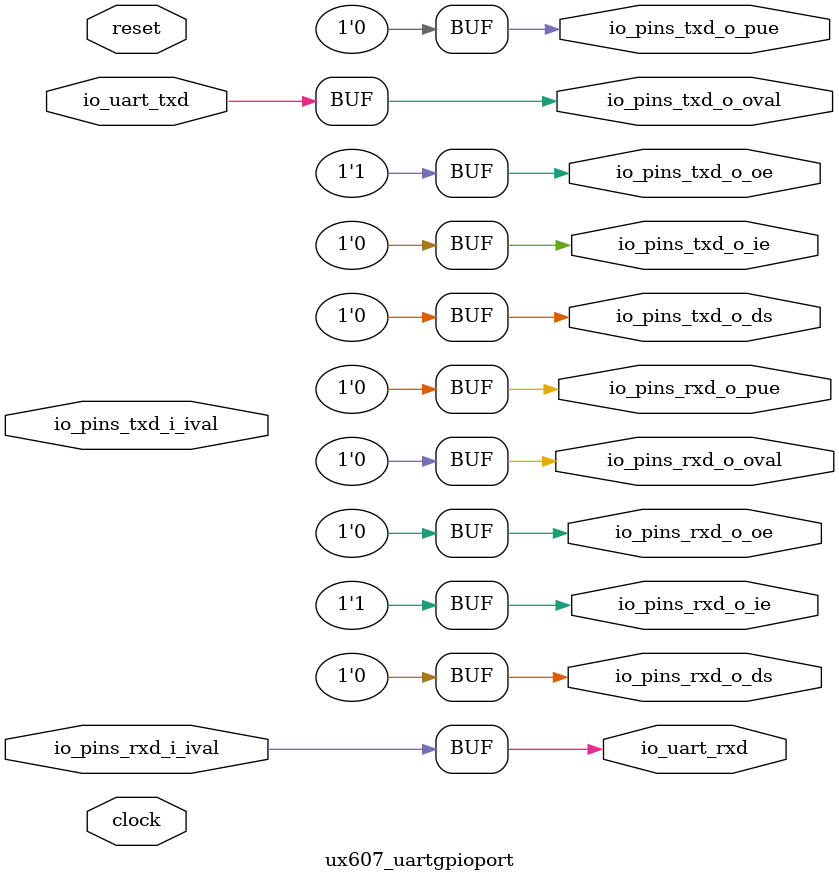
<source format=v>
module ux607_uartgpioport(
  input   clock,
  input   reset,
  input   io_uart_txd,
  output  io_uart_rxd,
  input   io_pins_rxd_i_ival,
  output  io_pins_rxd_o_oval,
  output  io_pins_rxd_o_oe,
  output  io_pins_rxd_o_ie,
  output  io_pins_rxd_o_pue,
  output  io_pins_rxd_o_ds,
  input   io_pins_txd_i_ival,
  output  io_pins_txd_o_oval,
  output  io_pins_txd_o_oe,
  output  io_pins_txd_o_ie,
  output  io_pins_txd_o_pue,
  output  io_pins_txd_o_ds
);
  assign io_uart_rxd = io_pins_rxd_i_ival;
  assign io_pins_rxd_o_oval = 1'h0;
  assign io_pins_rxd_o_oe = 1'h0;
  assign io_pins_rxd_o_ie = 1'h1;
  assign io_pins_rxd_o_pue = 1'h0;
  assign io_pins_rxd_o_ds = 1'h0;
  assign io_pins_txd_o_oval = io_uart_txd;
  assign io_pins_txd_o_oe = 1'h1;
  assign io_pins_txd_o_ie = 1'h0;
  assign io_pins_txd_o_pue = 1'h0;
  assign io_pins_txd_o_ds = 1'h0;
endmodule


</source>
